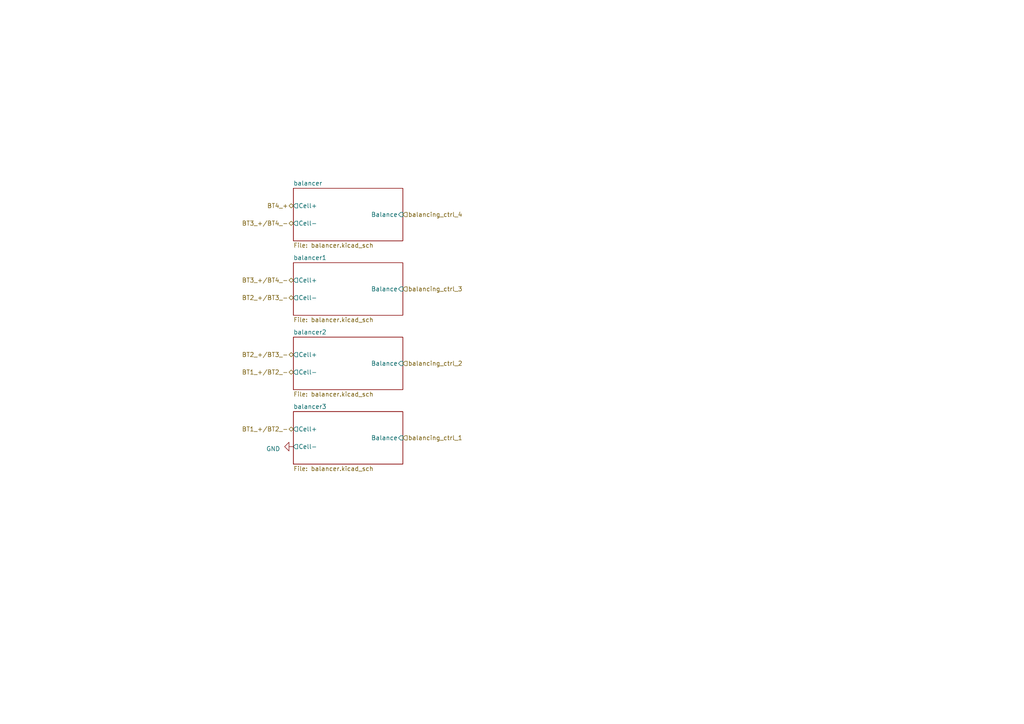
<source format=kicad_sch>
(kicad_sch (version 20230121) (generator eeschema)
  (paper "A4")
  (title_block (title "BMS Project") (date "2023-04-21") (rev "V0.1") (company "TH Ingolstadt") (comment 1 "Author: ") (comment 2 "Edited: "))
  (lib_symbols
    (symbol "power:GND" (power) (pin_names (offset 0))
      (property "Value" "GND" (at 0 -3.81 0))
      (symbol "GND_0_1"
        (polyline (pts (xy 0 0) (xy 0 -1.27) (xy 1.27 -1.27) (xy 0 -2.54) (xy -1.27 -1.27) (xy 0 -1.27)))
      )
      (symbol "GND_1_1"
        (pin power_in line (at 0 0 270) (length 0) hide (name "GND") (number "1"))
      )
    )
  )
  (hierarchical_label "balancing_ctrl_1" (shape input) (at 116.84 127 0))
  (hierarchical_label "BT1_+{slash}BT2_-" (shape bidirectional) (at 85.09 107.95 180))
  (hierarchical_label "BT2_+{slash}BT3_-" (shape bidirectional) (at 85.09 102.87 180))
  (hierarchical_label "BT4_+" (shape bidirectional) (at 85.09 59.69 180))
  (hierarchical_label "BT1_+{slash}BT2_-" (shape bidirectional) (at 85.09 124.46 180))
  (hierarchical_label "BT3_+{slash}BT4_-" (shape bidirectional) (at 85.09 64.77 180))
  (hierarchical_label "balancing_ctrl_3" (shape input) (at 116.84 83.82 0))
  (hierarchical_label "BT3_+{slash}BT4_-" (shape bidirectional) (at 85.09 81.28 180))
  (hierarchical_label "BT2_+{slash}BT3_-" (shape bidirectional) (at 85.09 86.36 180))
  (hierarchical_label "balancing_ctrl_4" (shape input) (at 116.84 62.23 0))
  (hierarchical_label "balancing_ctrl_2" (shape input) (at 116.84 105.41 0))
  (symbol (lib_id "power:GND") (at 85.09 129.54 270) (unit 1)
    (property "Reference" "#PWR013" (effects hide))
    (property "Value" "GND" (at 81.28 130.175 90) (effects (justify right)))
    (instances (project "BMS_Project" (path "" (reference "#PWR013") (unit 1)) (path "" (reference "#PWR025") (unit 1))) (project "Cell_holder_board" (path "" (reference "#PWR033") (unit 1))) (project "Test_Projekt" (path "" (reference "#PWR03") (unit 1))))
  )
  (sheet (at 85.09 119.38) (size 31.75 15.24) (stroke (width 0.1524))
    (property "Sheetname" "balancer3" (at 85.09 118.6684 0) (effects (justify left bottom)))
    (property "Sheetfile" "balancer.kicad_sch" (at 85.09 135.2046 0) (effects (justify left top)))
    (pin "Balance" input (at 116.84 127 0))
    (pin "Cell-" output (at 85.09 129.54 180))
    (pin "Cell+" output (at 85.09 124.46 180))
  )
  (sheet (at 85.09 76.2) (size 31.75 15.24) (stroke (width 0.1524))
    (property "Sheetname" "balancer1" (at 85.09 75.4884 0) (effects (justify left bottom)))
    (property "Sheetfile" "balancer.kicad_sch" (at 85.09 92.0246 0) (effects (justify left top)))
    (pin "Balance" input (at 116.84 83.82 0))
    (pin "Cell-" output (at 85.09 86.36 180))
    (pin "Cell+" output (at 85.09 81.28 180))
  )
  (sheet (at 85.09 97.79) (size 31.75 15.24) (stroke (width 0.1524))
    (property "Sheetname" "balancer2" (at 85.09 97.0784 0) (effects (justify left bottom)))
    (property "Sheetfile" "balancer.kicad_sch" (at 85.09 113.6146 0) (effects (justify left top)))
    (pin "Balance" input (at 116.84 105.41 0))
    (pin "Cell-" output (at 85.09 107.95 180))
    (pin "Cell+" output (at 85.09 102.87 180))
  )
  (sheet (at 85.09 54.61) (size 31.75 15.24) (stroke (width 0.1524))
    (property "Sheetname" "balancer" (at 85.09 53.8984 0) (effects (justify left bottom)))
    (property "Sheetfile" "balancer.kicad_sch" (at 85.09 70.4346 0) (effects (justify left top)))
    (pin "Balance" input (at 116.84 62.23 0))
    (pin "Cell-" output (at 85.09 64.77 180))
    (pin "Cell+" output (at 85.09 59.69 180))
  )
)
</source>
